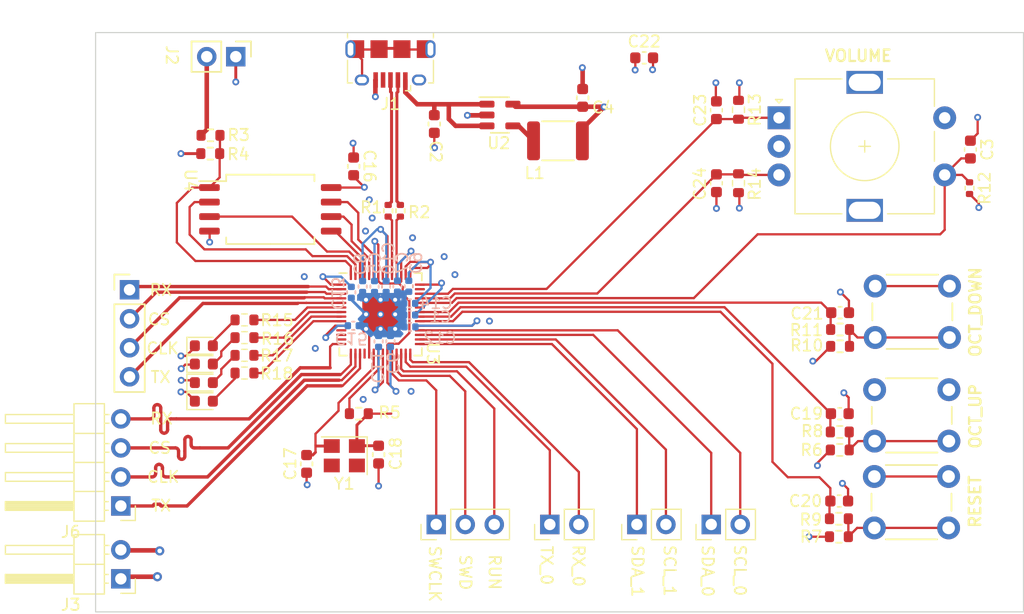
<source format=kicad_pcb>
(kicad_pcb (version 20211014) (generator pcbnew)
  (layers (0 "F.Cu" signal) (1 "In1.Cu" signal) (2 "In2.Cu" signal) (31 "B.Cu" signal) (34 "B.Paste" user) (35 "F.Paste" user) (36 "B.SilkS" user "B.Silkscreen") (37 "F.SilkS" user "F.Silkscreen") (38 "B.Mask" user) (39 "F.Mask" user) (44 "Edge.Cuts" user))
  (net 0 "")
  (net 1 "Net-(C2-Pad1)")
  (net 2 "GND")
  (net 3 "+3.3V")
  (net 4 "+1V1")
  (net 5 "/XIN")
  (net 6 "Net-(C18-Pad2)")
  (net 7 "Oct_Up")
  (net 8 "RESET")
  (net 9 "Oct_Down")
  (net 10 "/USB_D-")
  (net 11 "/USB_D+")
  (net 13 "/~{USB_BOOT}")
  (net 14 "RX")
  (net 15 "TX")
  (net 16 "CS")
  (net 17 "SCLK")
  (net 18 "Net-(L1-Pad1)")
  (net 19 "Net-(R1-Pad1)")
  (net 20 "Net-(R2-Pad1)")
  (net 21 "/QSPI_SS")
  (net 22 "/XOUT")
  (net 23 "Net-(R6-Pad2)")
  (net 24 "Net-(R7-Pad2)")
  (net 25 "Net-(R10-Pad2)")
  (net 26 "/QSPI_SD1")
  (net 27 "/QSPI_SD2")
  (net 28 "/QSPI_SD0")
  (net 29 "/QSPI_SCLK")
  (net 30 "/QSPI_SD3")
  (net 34 "Encoder_Press")
  (net 35 "B")
  (net 36 "SPI_TX_1")
  (net 37 "SPI_SCLK_1")
  (net 39 "/SWCLK")
  (net 40 "/SWD")
  (net 41 "/RUN")
  (net 42 "UART_TX_0")
  (net 43 "UART_RX_0")
  (net 44 "SDA_1")
  (net 45 "SCL_1")
  (net 46 "SDA_0")
  (net 47 "SCL_0")
  (net 49 "A")
  (net 51 "SPI_CS_1")
  (net 52 "SPI_RX_1")
  (net 53 "Net-(D1-Pad2)")
  (net 54 "Net-(D2-Pad2)")
  (net 55 "Net-(D3-Pad2)")
  (net 56 "Net-(D4-Pad2)")
  (net 57 "LED_0")
  (net 58 "LED_1")
  (net 59 "LED_2")
  (net 60 "LED_3")
  (footprint "Button_Switch_THT:SW_PUSH_6mm" (layer "F.Cu") (at 119.0002 37.374)
    (fp_text reference "SW3" hide)
    (fp_text value "Oct_Down" hide)
  )
  (footprint "Resistor_SMD:R_0603_1608Metric" (layer "F.Cu") (at 73.8124 48.5394 180)
    (fp_text reference "R5")
    (fp_text value "1k" hide)
  )
  (footprint "Connector_USB:USB_Micro-B_Amphenol_10118194_Horizontal" (layer "F.Cu") (at 76.581 17.937 180)
    (fp_text reference "J1")
    (fp_text value "USB_B_Micro")
  )
  (footprint "Capacitor_SMD:C_0603_1608Metric" (layer "F.Cu") (at 69.2404 52.9336 90)
    (fp_text reference "C17")
    (fp_text value "20p" hide)
  )
  (footprint "Button_Switch_THT:SW_PUSH_6mm" (layer "F.Cu") (at 118.924 54.0364)
    (fp_text reference "SW2" hide)
    (fp_text value "RESET" hide)
  )
  (footprint "Capacitor_SMD:C_0603_1608Metric" (layer "F.Cu") (at 115.9256 39.7002)
    (fp_text reference "C21")
    (fp_text value "1n" hide)
  )
  (footprint "LED_SMD:LED_0603_1608Metric" (layer "F.Cu") (at 60.2488 45.8216)
    (fp_text reference "D3" hide)
    (fp_text value "LED" hide)
  )
  (footprint "Capacitor_SMD:C_0603_1608Metric" (layer "F.Cu") (at 80.4164 23.1902 -90)
    (fp_text reference "C2")
    (fp_text value "4.7uF" hide)
  )
  (footprint "Resistor_SMD:R_0603_1608Metric" (layer "F.Cu") (at 115.824 59.3064)
    (fp_text reference "R7")
    (fp_text value "1k" hide)
  )
  (footprint "Capacitor_SMD:C_0603_1608Metric" (layer "F.Cu") (at 127.3302 25.4254 90)
    (fp_text reference "C3")
    (fp_text value "100n" hide)
  )
  (footprint "Capacitor_SMD:C_0603_1608Metric" (layer "F.Cu") (at 73.3552 26.8986 90)
    (fp_text reference "C16")
    (fp_text value "100n" hide)
  )
  (footprint "Capacitor_SMD:C_0603_1608Metric" (layer "F.Cu") (at 115.8494 56.1848)
    (fp_text reference "C20")
    (fp_text value "1n" hide)
  )
  (footprint "Capacitor_SMD:C_0603_1608Metric" (layer "F.Cu") (at 115.9002 48.5394)
    (fp_text reference "C19")
    (fp_text value "1n" hide)
  )
  (footprint "Resistor_SMD:R_0603_1608Metric" (layer "F.Cu") (at 60.833 24.1808)
    (fp_text reference "R3")
    (fp_text value "1k" hide)
  )
  (footprint "Resistor_SMD:R_0603_1608Metric" (layer "F.Cu") (at 115.9002 51.7144)
    (fp_text reference "R6")
    (fp_text value "1k" hide)
  )
  (footprint "Resistor_SMD:R_0603_1608Metric" (layer "F.Cu") (at 107.0356 21.9456 -90)
    (fp_text reference "R13")
    (fp_text value "10k" hide)
  )
  (footprint "Capacitor_SMD:C_0603_1608Metric" (layer "F.Cu") (at 105.1052 21.9834 90)
    (fp_text reference "C23")
    (fp_text value "100n" hide)
  )
  (footprint "Capacitor_SMD:C_0603_1608Metric" (layer "F.Cu") (at 105.1052 28.3718 -90)
    (fp_text reference "C24")
    (fp_text value "100n" hide)
  )
  (footprint "Connector_PinHeader_2.54mm:PinHeader_1x04_P2.54mm_Vertical" (layer "F.Cu") (at 53.7464 37.6936)
    (fp_text reference "J4" hide)
    (fp_text value "SPI_0")
  )
  (footprint "Resistor_SMD:R_0603_1608Metric" (layer "F.Cu") (at 63.8048 40.3352 180)
    (fp_text reference "R15")
    (fp_text value "330" hide)
  )
  (footprint "Resistor_SMD:R_0603_1608Metric" (layer "F.Cu") (at 115.9256 41.1734 180)
    (fp_text reference "R11")
    (fp_text value "1k" hide)
  )
  (footprint "Connector_PinHeader_2.54mm:PinHeader_1x02_P2.54mm_Vertical" (layer "F.Cu") (at 63.0428 17.2974 -90)
    (fp_text reference "J2")
    (fp_text value "Boot" hide)
  )
  (footprint "Connector_PinHeader_2.54mm:PinHeader_1x02_P2.54mm_Vertical" (layer "F.Cu") (at 104.648 58.2364 90)
    (fp_text reference "J7" hide)
    (fp_text value "I2C_0")
  )
  (footprint "Resistor_SMD:R_0603_1608Metric" (layer "F.Cu") (at 63.8048 44.9834 180)
    (fp_text reference "R18")
    (fp_text value "330" hide)
  )
  (footprint "Package_TO_SOT_SMD:TSOT-23-5" (layer "F.Cu") (at 86.1568 22.4028)
    (fp_text reference "U2")
    (fp_text value "MCP1603" hide)
  )
  (footprint "Connector_PinHeader_2.54mm:PinHeader_1x02_P2.54mm_Vertical" (layer "F.Cu") (at 90.5256 58.2364 90)
    (fp_text reference "J9" hide)
    (fp_text value "UART_0")
  )
  (footprint "Crystal:Crystal_SMD_3225-4Pin_3.2x2.5mm" (layer "F.Cu") (at 72.5424 52.2224 180)
    (fp_text reference "Y1")
    (fp_text value "3N12000G33YC" hide)
  )
  (footprint "Rotary_Encoder:RotaryEncoder_Alps_EC11E-Switch_Vertical_H20mm" (layer "F.Cu") (at 110.5806 22.646)
    (fp_text reference "SW4" hide)
    (fp_text value "RotaryEncoder_Switch" hide)
  )
  (footprint "Resistor_SMD:R_0603_1608Metric" (layer "F.Cu") (at 63.8048 41.8846 180)
    (fp_text reference "R16")
    (fp_text value "330" hide)
  )
  (footprint "Capacitor_SMD:C_0603_1608Metric" (layer "F.Cu") (at 93.3958 20.9042 90)
    (fp_text reference "C4")
    (fp_text value "4.7uF" hide)
  )
  (footprint "Capacitor_SMD:C_0603_1608Metric" (layer "F.Cu") (at 75.5396 52.1208 90)
    (fp_text reference "C18")
    (fp_text value "20p" hide)
  )
  (footprint "Connector_PinHeader_2.54mm:PinHeader_1x04_P2.54mm_Horizontal" (layer "F.Cu") (at 52.9844 56.6166 180)
    (fp_text reference "J6")
    (fp_text value "SPI_1")
  )
  (footprint "Resistor_SMD:R_0603_1608Metric" (layer "F.Cu") (at 115.9256 42.6466)
    (fp_text reference "R10")
    (fp_text value "1k" hide)
  )
  (footprint "Package_SO:SOIC-8_7.5x5.85mm_P1.27mm" (layer "F.Cu") (at 66.0654 30.6578)
    (fp_text reference "U4")
    (fp_text value "W25Q128JVSIM" hide)
  )
  (footprint "LED_SMD:LED_0603_1608Metric" (layer "F.Cu") (at 60.2488 42.5958)
    (fp_text reference "D1" hide)
    (fp_text value "LED" hide)
  )
  (footprint "LED_SMD:LED_0603_1608Metric" (layer "F.Cu") (at 60.2488 44.196)
    (fp_text reference "D2" hide)
    (fp_text value "LED" hide)
  )
  (footprint "Connector_PinHeader_2.54mm:PinHeader_1x02_P2.54mm_Vertical" (layer "F.Cu") (at 98.1456 58.2364 90)
    (fp_text reference "J8" hide)
    (fp_text value "I2C_1")
  )
  (footprint "Resistor_SMD:R_0402_1005Metric" (layer "F.Cu") (at 76.3778 30.7848 90)
    (fp_text reference "R1")
    (fp_text value "27" hide)
  )
  (footprint "Resistor_SMD:R_0603_1608Metric" (layer "F.Cu") (at 115.824 57.7342 180)
    (fp_text reference "R9")
    (fp_text value "1k" hide)
  )
  (footprint "LED_SMD:LED_0603_1608Metric" (layer "F.Cu") (at 60.2488 47.4472)
    (fp_text reference "D4" hide)
    (fp_text value "LED" hide)
  )
  (footprint "Resistor_SMD:R_0603_1608Metric" (layer "F.Cu") (at 115.9002 50.1396 180)
    (fp_text reference "R8")
    (fp_text value "1k" hide)
  )
  (footprint "Connector_PinHeader_2.54mm:PinHeader_1x02_P2.54mm_Horizontal" (layer "F.Cu") (at 52.9844 62.992 180)
    (fp_text reference "J3")
    (fp_text value "Power")
  )
  (footprint "Button_Switch_THT:SW_PUSH_6mm" (layer "F.Cu") (at 118.9494 46.4418)
    (fp_text reference "SW1" hide)
    (fp_text value "Oct_Up" hide)
  )
  (footprint "Resistor_SMD:R_0603_1608Metric" (layer "F.Cu") (at 107.0356 28.3718 90)
    (fp_text reference "R14")
    (fp_text value "10k" hide)
  )
  (footprint "RP2040_minimal:RP2040-QFN-56" (layer "F.Cu") (at 75.7144 39.84565)
    (fp_text reference "U3")
    (fp_text value "RP2040" hide)
  )
  (footprint "Resistor_SMD:R_0402_1005Metric" (layer "F.Cu") (at 127.254 28.8036 90)
    (fp_text reference "R12")
    (fp_text value "10k" hide)
  )
  (footprint "Inductor_SMD:L_1812_4532Metric" (layer "F.Cu") (at 91.2368 24.6634)
    (fp_text reference "L1")
    (fp_text value "4.7uH" hide)
  )
  (footprint "Connector_PinHeader_2.54mm:PinHeader_1x03_P2.54mm_Vertical" (layer "F.Cu") (at 80.5838 58.2364 90)
    (fp_text reference "J5" hide)
    (fp_text value "Debug")
  )
  (footprint "Resistor_SMD:R_0603_1608Metric" (layer "F.Cu") (at 60.8076 25.781)
    (fp_text reference "R4")
    (fp_text value "DNF" hide)
  )
  (footprint "Capacitor_SMD:C_0603_1608Metric" (layer "F.Cu") (at 98.7806 17.399)
    (fp_text reference "C22")
    (fp_text value "10u" hide)
  )
  (footprint "Resistor_SMD:R_0603_1608Metric" (layer "F.Cu") (at 63.8048 43.434 180)
    (fp_text reference "R17")
    (fp_text value "330" hide)
  )
  (footprint "Resistor_SMD:R_0402_1005Metric" (layer "F.Cu") (at 77.4446 30.7848 90)
    (fp_text reference "R2")
    (fp_text value "27" hide)
  )
  (footprint "Capacitor_SMD:C_0402_1005Metric" (layer "B.Cu") (at 76.2 37.4142 -90)
    (fp_text reference "C10")
    (fp_text value "100nF" hide)
  )
  (footprint "Capacitor_SMD:C_0402_1005Metric" (layer "B.Cu") (at 76.581 42.2148 90)
    (fp_text reference "C6")
    (fp_text value "100nF" hide)
  )
  (footprint "Capacitor_SMD:C_0402_1005Metric" (layer "B.Cu") (at 78.2574 39.9034 180)
    (fp_text reference "C1")
    (fp_text value "100nF" hide)
  )
  (footprint "Capacitor_SMD:C_0402_1005Metric" (layer "B.Cu") (at 73.152 37.9222 -90)
    (fp_text reference "C13")
    (fp_text value "100nF" hide)
  )
  (footprint "Capacitor_SMD:C_0402_1005Metric" (layer "B.Cu") (at 74.1426 37.4142 -90)
    (fp_text reference "C8")
    (fp_text value "100nF" hide)
  )
  (footprint "Capacitor_SMD:C_0402_1005Metric" (layer "B.Cu") (at 73.3298 40.8432)
    (fp_text reference "C15")
    (fp_text value "100nF" hide)
  )
  (footprint "Capacitor_SMD:C_0402_1005Metric" (layer "B.Cu") (at 78.1812 37.3888 -90)
    (fp_text reference "C9")
    (fp_text value "1uF" hide)
  )
  (footprint "Capacitor_SMD:C_0402_1005Metric" (layer "B.Cu") (at 75.184 37.4142 -90)
    (fp_text reference "C5")
    (fp_text value "100nF" hide)
  )
  (footprint "Capacitor_SMD:C_0402_1005Metric" (layer "B.Cu") (at 77.1906 37.3888 -90)
    (fp_text reference "C7")
    (fp_text value "1uF" hide)
  )
  (footprint "Capacitor_SMD:C_0402_1005Metric" (layer "B.Cu") (at 78.2828 40.9448 180)
    (fp_text reference "C12")
    (fp_text value "100nF" hide)
  )
  (footprint "Capacitor_SMD:C_0402_1005Metric" (layer "B.Cu") (at 78.2574 38.8874 180)
    (fp_text reference "C14")
    (fp_text value "100nF" hide)
  )
  (footprint "Capacitor_SMD:C_0402_1005Metric" (layer "B.Cu") (at 75.5396 42.2148 90)
    (fp_text reference "C11")
    (fp_text value "100nF" hide)
  )
  (gr_rect (start 50.7746 15.1892) (end 131.9784 65.8876) (layer "Edge.Cuts") (width 0.1) (fill none))
  (gr_text "TX" (at 56.4642 45.339) (layer "F.SilkS") (effects (font (size 1 1))))
  (gr_text "CS" (at 56.388 51.5366) (layer "F.SilkS") (effects (font (size 1 1))))
  (gr_text "CS" (at 56.3372 40.2844) (layer "F.SilkS") (effects (font (size 1 1))))
  (gr_text "RESET" (at 127.7366 56.2356 90) (layer "F.SilkS") (effects (font (size 1 1) (thickness 0.2))))
  (gr_text "CLK" (at 56.6928 54.0766) (layer "F.SilkS") (effects (font (size 1 1))))
  (gr_text "RX" (at 56.5404 48.9712) (layer "F.SilkS") (effects (font (size 1 1))))
  (gr_text "OCT_UP" (at 127.762 48.768 90) (layer "F.SilkS") (effects (font (size 1 1) (thickness 0.2))))
  (gr_text "SCL_1" (at 101.0158 62.2808 270) (layer "F.SilkS") (effects (font (size 1 1))))
  (gr_text "RX_0\n" (at 93.0402 61.849 270) (layer "F.SilkS") (effects (font (size 1 1))))
  (gr_text "RUN" (at 85.6996 62.4078 270) (layer "F.SilkS") (effects (font (size 1 1))))
  (gr_text "RX" (at 56.4896 37.719) (layer "F.SilkS") (effects (font (size 1 1))))
  (gr_text "CLK" (at 56.642 42.8244) (layer "F.SilkS") (effects (font (size 1 1))))
  (gr_text "TX_0\n" (at 90.2462 61.8236 270) (layer "F.SilkS") (effects (font (size 1 1))))
  (gr_text "OCT_DOWN" (at 127.762 39.6494 90) (layer "F.SilkS") (effects (font (size 1 1) (thickness 0.2))))
  (gr_text "SWCLK" (at 80.4672 62.5602 270) (layer "F.SilkS") (effects (font (size 1 1))))
  (gr_text "SDA_0" (at 104.3432 62.3062 270) (layer "F.SilkS") (effects (font (size 1 1))))
  (gr_text "SWD" (at 83.1342 62.4332 270) (layer "F.SilkS") (effects (font (size 1 1))))
  (gr_text "SCL_0" (at 107.1626 62.2554 270) (layer "F.SilkS") (effects (font (size 1 1))))
  (gr_text "SDA_1" (at 98.1964 62.3316 270) (layer "F.SilkS") (effects (font (size 1 1))))
  (gr_text "VOLUME" (at 117.5258 17.2212) (layer "F.SilkS") (effects (font (size 1 1) (thickness 0.2))))
  (gr_text "TX" (at 56.515 56.5912) (layer "F.SilkS") (effects (font (size 1 1))))
  (segment (start 81.6864 22.7584) (end 81.6864 21.463) (width 0.4) (layer "F.Cu") (net 1))
  (segment (start 81.6864 21.463) (end 85.0091 21.463) (width 0.4) (layer "F.Cu") (net 1))
  (segment (start 77.881 20.422) (end 78.922 21.463) (width 0.4) (layer "F.Cu") (net 1))
  (segment (start 85.0193 23.3528) (end 82.2808 23.3528) (width 0.4) (layer "F.Cu") (net 1))
  (segment (start 80.4418 21.463) (end 81.6864 21.463) (width 0.4) (layer "F.Cu") (net 1))
  (segment (start 82.2808 23.3528) (end 81.6864 22.7584) (width 0.4) (layer "F.Cu") (net 1))
  (segment (start 80.4164 21.4884) (end 80.4418 21.463) (width 0.4) (layer "F.Cu") (net 1))
  (segment (start 78.922 21.463) (end 80.4418 21.463) (width 0.4) (layer "F.Cu") (net 1))
  (segment (start 80.4164 22.4152) (end 80.4164 21.4884) (width 0.4) (layer "F.Cu") (net 1))
  (segment (start 77.881 19.332) (end 77.881 20.422) (width 0.4) (layer "F.Cu") (net 1))
  (segment (start 85.0091 21.463) (end 85.0193 21.4528) (width 0.4) (layer "F.Cu") (net 1))
  (segment (start 99.5556 17.399) (end 99.5556 18.402) (width 0.2) (layer "F.Cu") (net 2))
  (segment (start 58.6993 46.6344) (end 59.4613 47.3964) (width 0.2) (layer "F.Cu") (net 2))
  (segment (start 118.9494 37.374) (end 125.4494 37.374) (width 0.2) (layer "F.Cu") (net 2))
  (segment (start 63.0428 17.2974) (end 63.0428 19.5072) (width 0.254254) (layer "F.Cu") (net 2))
  (segment (start 59.2581 45.6184) (end 59.4613 45.8216) (width 0.2) (layer "F.Cu") (net 2))
  (segment (start 58.6993 43.4848) (end 59.4613 42.7228) (width 0.2) (layer "F.Cu") (net 2))
  (segment (start 118.924 54.0364) (end 125.424 54.0364) (width 0.2) (layer "F.Cu") (net 2))
  (segment (start 116.6244 56.1848) (end 116.6244 55.131) (width 0.2) (layer "F.Cu") (net 2))
  (segment (start 60.7568 32.5792) (end 60.7404 32.5628) (width 0.2) (layer "F.Cu") (net 2))
  (segment (start 79.956 16.672) (end 80.045 16.672) (width 0.2) (layer "F.Cu") (net 2))
  (segment (start 56.1823 62.8092) (end 53.8759 62.8092) (width 0.4) (layer "F.Cu") (net 2))
  (segment (start 69.2404 53.7086) (end 69.2404 54.7116) (width 0.2) (layer "F.Cu") (net 2))
  (segment (start 105.0544 19.5834) (end 105.0544 21.1576) (width 0.2) (layer "F.Cu") (net 2))
  (segment (start 58.2676 45.6184) (end 59.2581 45.6184) (width 0.2) (layer "F.Cu") (net 2))
  (segment (start 59.4613 44.2468) (end 58.6232 44.2468) (width 0.2) (layer "F.Cu") (net 2))
  (segment (start 75.2602 19.3528) (end 75.281 19.332) (width 0.4) (layer "F.Cu") (net 2))
  (segment (start 93.3958 18.288) (end 93.3704 18.2626) (width 0.4) (layer "F.Cu") (net 2))
  (segment (start 73.3552 24.9174) (end 73.3044 24.8666) (width 0.2) (layer "F.Cu") (net 2))
  (segment (start 74.7144 43.28315) (end 74.7144 41.39565) (width 0.2) (layer "F.Cu") (net 2))
  (segment (start 80.4164 25.2476) (end 80.4418 25.273) (width 0.2) (layer "F.Cu") (net 2))
  (segment (start 69.2404 54.7116) (end 69.2912 54.7624) (width 0.2) (layer "F.Cu") (net 2))
  (segment (start 77.731 16.672) (end 79.956 16.672) (width 0.2) (layer "F.Cu") (net 2))
  (segment (start 84.99115 22.43095) (end 85.0193 22.4028) (width 0.4) (layer "F.Cu") (net 2))
  (segment (start 58.2422 46.6344) (end 58.6993 46.6344) (width 0.2) (layer "F.Cu") (net 2))
  (segment (start 116.6752 48.5394) (end 116.6752 47.13) (width 0.2) (layer "F.Cu") (net 2))
  (segment (start 116.7006 38.6464) (end 116.7006 39.7002) (width 0.2) (layer "F.Cu") (net 2))
  (segment (start 58.2422 43.4848) (end 58.6993 43.4848) (width 0.2) (layer "F.Cu") (net 2))
  (segment (start 74.0935 19.247) (end 74.0935 17.5595) (width 0.2) (layer "F.Cu") (net 2))
  (segment (start 80.4164 23.9652) (end 80.4164 25.2476) (width 0.2) (layer "F.Cu") (net 2))
  (segment (start 93.3958 20.1292) (end 93.3958 18.288) (width 0.4) (layer "F.Cu") (net 2))
  (segment (start 75.2602 20.8026) (end 75.2602 19.3528) (width 0.4) (layer "F.Cu") (net 2))
  (segment (start 115.951 37.8968) (end 116.7006 38.6464) (width 0.2) (layer "F.Cu") (net 2))
  (segment (start 74.0935 17.5595) (end 73.206 16.672) (width 0.2) (layer "F.Cu") (net 2))
  (segment (start 116.6244 55.131) (end 116.1288 54.6354) (width 0.2) (layer "F.Cu") (net 2))
  (segment (start 75.581 16.572) (end 77.581 16.572) (width 0.25) (layer "F.Cu") (net 2))
  (segment (start 60.7568 33.528) (end 60.7568 32.5792) (width 0.2) (layer "F.Cu") (net 2))
  (segment (start 105.0544 21.1576) (end 105.1052 21.2084) (width 0.2) (layer "F.Cu") (net 2))
  (segment (start 75.5396 52.8958) (end 75.5396 54.8682) (width 0.2) (layer "F.Cu") (net 2))
  (segment (start 84.9685 22.4536) (end 84.94585 22.43095) (width 0.4) (layer "F.Cu") (net 2))
  (segment (start 127.3302 24.6504) (end 127.9652 24.0154) (width 0.2) (layer "F.Cu") (net 2))
  (segment (start 75.031 16.672) (end 73.206 16.672) (width 0.2) (layer "F.Cu") (net 2))
  (segment (start 73.3552 26.1236) (end 73.3552 24.9174) (width 0.2) (layer "F.Cu") (net 2))
  (segment (start 74.7144 41.39565) (end 74.4394 41.12065) (width 0.2) (layer "F.Cu") (net 2))
  (segment (start 127.9652 24.0154) (end 127.9652 22.606) (width 0.2) (layer "F.Cu") (net 2))
  (segment (start 83.312 22.43095) (end 84.99115 22.43095) (width 0.4) (layer "F.Cu") (net 2))
  (segment (start 84.94585 22.43095) (end 83.312 22.43095) (width 0.4) (layer "F.Cu") (net 2))
  (segment (start 99.5556 18.402) (end 99.5172 18.4404) (width 0.2) (layer "F.Cu") (net 2))
  (segment (start 105.1052 30.5816) (end 105.1052 29.1468) (width 0.2) (layer "F.Cu") (net 2))
  (segment (start 58.6232 44.2468) (end 58.2676 44.6024) (width 0.2) (layer "F.Cu") (net 2))
  (segment (start 116.6752 47.13) (end 116.2558 46.7106) (width 0.2) (layer "F.Cu") (net 2))
  (via (at 73.3044 24.8666) (size 0.6) (drill 0.3) (layers "F.Cu" "B.Cu") (net 2))
  (via (at 82.2198 36.3728) (size 0.6) (drill 0.3) (layers "F.Cu" "B.Cu") (net 2))
  (via (at 99.5172 18.4404) (size 0.6) (drill 0.3) (layers "F.Cu" "B.Cu") (net 2))
  (via (at 63.0428 19.5072) (size 0.6) (drill 0.3) (layers "F.Cu" "B.Cu") (net 2))
  (via (at 75.5396 54.8682) (size 0.6) (drill 0.3) (layers "F.Cu" "B.Cu") (net 2))
  (via (at 81.28 34.798) (size 0.6) (drill 0.3) (layers "F.Cu" "B.Cu") (net 2))
  (via (at 116.2558 46.7106) (size 0.6) (drill 0.3) (layers "F.Cu" "B.Cu") (net 2))
  (via (at 58.2676 44.6024) (size 0.6) (drill 0.3) (layers "F.Cu" "B.Cu") (net 2))
  (via (at 69.2912 54.7624) (size 0.6) (drill 0.3) (layers "F.Cu" "B.Cu") (net 2))
  (via (at 69.0372 36.5506) (size 0.6) (drill 0.3) (layers "F.Cu" "B.Cu") (net 2))
  (via (at 105.0544 19.5834) (size 0.6) (drill 0.3) (layers "F.Cu" "B.Cu") (net 2))
  (via (at 74.7268 29.8196) (size 0.6) (drill 0.3) (layers "F.Cu" "B.Cu") (net 2))
  (via (at 115.951 37.8968) (size 0.6) (drill 0.3) (layers "F.Cu" "B.Cu") (net 2))
  (via (at 75.2602 20.8026) (size 0.6) (drill 0.3) (layers "F.Cu" "B.Cu") (net 2))
  (via (at 70.0024 42.8244) (size 0.6) (drill 0.3) (layers "F.Cu" "B.Cu") (net 2))
  (via (at 116.1288 54.6354) (size 0.6) (drill 0.3) (layers "F.Cu" "B.Cu") (net 2))
  (via (at 127.9652 22.606) (size 0.6) (drill 0.3) (layers "F.Cu" "B.Cu") (net 2))
  (via (at 78.3844 46.5836) (size 0.6) (drill 0.3) (layers "F.Cu" "B.Cu") (net 2))
  (via (at 58.2676 45.6184) (size 0.6) (drill 0.3) (layers "F.Cu" "B.Cu") (net 2))
  (via (at 78.5114 33.147) (size 0.6) (drill 0.3) (layers "F.Cu" "B.Cu") (net 2))
  (via (at 83.312 22.43095) (size 0.6) (drill 0.3) (layers "F.Cu" "B.Cu") (net 2))
  (via (at 93.3704 18.2626) (size 0.6) (drill 0.3) (layers "F.Cu" "B.Cu") (net 2))
  (via (at 74.1934 47.290354) (size 0.6) (drill 0.3) (layers "F.Cu" "B.Cu") (net 2))
  (via (at 74.9808 31.4198) (size 0.6) (drill 0.3) (layers "F.Cu" "B.Cu") (net 2))
  (via (at 60.7568 33.528) (size 0.6) (drill 0.3) (layers "F.Cu" "B.Cu") (net 2))
  (via (at 58.2422 46.6344) (size 0.6) (drill 0.3) (layers "F.Cu" "B.Cu") (net 2))
  (via (at 56.1823 62.8092) (size 0.8) (drill 0.4) (layers "F.Cu" "B.Cu") (net 2))
  (via (at 58.2422 43.4848) (size 0.6) (drill 0.3) (layers "F.Cu" "B.Cu") (net 2))
  (via (at 105.1052 30.5816) (size 0.6) (drill 0.3) (layers "F.Cu" "B.Cu") (net 2))
  (via (at 80.4418 25.273) (size 0.6) (drill 0.3) (layers "F.Cu" "B.Cu") (net 2))
  (via (at 85.2424 40.4368) (size 0.6) (drill 0.3) (layers "F.Cu" "B.Cu") (net 2))
  (via (at 74.3966 32.5628) (size 0.6) (drill 0.3) (layers "F.Cu" "B.Cu") (net 2))
  (segment (start 74.4394 38.57065) (end 74.4394 38.191) (width 0.25) (layer "B.Cu") (net 2))
  (segment (start 78.1812 37.8688) (end 77.1906 37.8688) (width 0.25) (layer "B.Cu") (net 2))
  (segment (start 75.5396 41.7348) (end 75.5396 41.29545) (width 0.25) (layer "B.Cu") (net 2))
  (segment (start 75.5396 41.29545) (end 75.7144 41.12065) (width 0.25) (layer "B.Cu") (net 2))
  (segment (start 73.152 38.55825) (end 74.4394 39.84565) (width 0.25) (layer "B.Cu") (net 2))
  (segment (start 76.581 41.7348) (end 76.581 41.52905) (width 0.25) (layer "B.Cu") (net 2))
  (segment (start 75.184 37.8942) (end 75.184 38.04025) (width 0.25) (layer "B.Cu") (net 2))
  (segment (start 73.152 38.4022) (end 73.152 38.55825) (width 0.25) (layer "B.Cu") (net 2))
  (segment (start 77.30615 38.8874) (end 76.9894 38.57065) (width 0.25) (layer "B.Cu") (net 2))
  (segment (start 76.2 37.8942) (end 76.2 38.08505) (width 0.25) (layer "B.Cu") (net 2))
  (segment (start 77.8028 40.9448) (end 77.16525 40.9448) (width 0.25) (layer "B.Cu") (net 2))
  (segment (start 74.08725 41.12065) (end 73.8098 40.8432) (width 0.25) (layer "B.Cu") (net 2))
  (segment (start 76.2 38.08505) (end 75.7144 38.57065) (width 0.25) (layer "B.Cu") (net 2))
  (segment (start 74.4394 38.191) (end 74.1426 37.8942) (width 0.25) (layer "B.Cu") (net 2))
  (segment (start 77.04715 39.9034) (end 76.9894 39.84565) (width 0.25) (layer "B.Cu") (net 2))
  (segment (start 75.184 38.04025) (end 75.7144 38.57065) (width 0.25) (layer "B.Cu") (net 2))
  (segment (start 76.581 41.52905) (end 76.9894 41.12065) (width 0.25) (layer "B.Cu") (net 2))
  (segment (start 74.4394 41.12065) (end 74.08725 41.12065) (width 0.25) (layer "B.Cu") (net 2))
  (segment (start 77.7774 38.8874) (end 77.30615 38.8874) (width 0.25) (layer "B.Cu") (net 2))
  (segment (start 77.1906 38.36945) (end 76.9894 38.57065) (width 0.25) (layer "B.Cu") (net 2))
  (segment (start 77.7774 39.9034) (end 77.04715 39.9034) (width 0.25) (layer "B.Cu") (net 2))
  (segment (start 77.1906 37.8688) (end 77.1906 38.36945) (width 0.25) (layer "B.Cu") (net 2))
  (segment (start 77.16525 40.9448) (end 76.9894 41.12065) (width 0.25) (layer "B.Cu") (net 2))
  (segment (start 71.35785 37.24565) (end 72.2769 37.24565) (width 0.2) (layer "F.Cu") (net 3))
  (segment (start 71.744425 40.84565) (end 72.2769 40.84565) (width 0.2) (layer "F.Cu") (net 3))
  (segment (start 79.121 35.2552) (end 79.1464 35.2806) (width 0.2) (layer "F.Cu") (net 3))
  (segment (start 79.8068 35.7886) (end 80.0862 35.5092) (width 0.2) (layer "F.Cu") (net 3))
  (segment (start 59.9826 25.781) (end 58.2422 25.781) (width 0.254254) (layer "F.Cu") (net 3))
  (segment (start 107.1118 19.5834) (end 107.1118 21.0444) (width 0.2) (layer "F.Cu") (net 3))
  (segment (start 75.9144 36.40815) (end 75.9144 36.0236) (width 0.2) (layer "F.Cu") (net 3))
  (segment (start 107.1118 30.5562) (end 107.1118 29.273) (width 0.2) (layer "F.Cu") (net 3))
  (segment (start 81.0514 37.1094) (end 80.91515 37.24565) (width 0.2) (layer "F.Cu") (net 3))
  (segment (start 74.295 28.7274) (end 74.2696 28.7528) (width 0.2) (layer "F.Cu") (net 3))
  (segment (start 95.263 21.6792) (end 87.5207 21.6792) (width 0.4) (layer "F.Cu") (net 3))
  (segment (start 80.91515 37.24565) (end 79.1519 37.24565) (width 0.2) (layer "F.Cu") (net 3))
  (segment (start 114.9964 59.309) (end 114.999 59.3064) (width 0.2) (layer "F.Cu") (net 3))
  (segment (start 76.3144 36.40815) (end 76.3144 35.6236) (width 0.2) (layer "F.Cu") (net 3))
  (segment (start 128.0668 30.1264) (end 127.254 29.3136) (width 0.2) (layer "F.Cu") (net 3))
  (segment (start 113.538 43.942) (end 113.8052 43.942) (width 0.2) (layer "F.Cu") (net 3))
  (segment (start 113.9444 52.8452) (end 115.0752 51.7144) (width 0.2) (layer "F.Cu") (net 3))
  (segment (start 70.6628 36.5506) (end 71.35785 37.24565) (width 0.2) (layer "F.Cu") (net 3))
  (segment (start 75.9144 45.777) (end 75.9144 43.28315) (width 0.2) (layer "F.Cu") (net 3))
  (segment (start 93.3743 23.5927) (end 93.3743 24.6634) (width 0.4) (layer "F.Cu") (net 3))
  (segment (start 76.3144 33.0074) (end 76.3144 35.6236) (width 0.2) (layer "F.Cu") (net 3))
  (segment (start 79.1464 35.2806) (end 80.0862 35.2806) (width 0.2) (layer "F.Cu") (net 3))
  (segment (start 113.2078 59.309) (end 114.9964 59.309) (width 0.2) (layer "F.Cu") (net 3))
  (segment (start 107.1118 21.0444) (end 107.0356 21.1206) (width 0.2) (layer "F.Cu") (net 3))
  (segment (start 78.3082 35.2552) (end 79.121 35.2552) (width 0.2) (layer "F.Cu") (net 3))
  (segment (start 77.9144 36.40815) (end 77.9144 35.649) (width 0.2) (layer "F.Cu") (net 3))
  (segment (start 75.9144 36.0236) (end 76.3144 35.6236) (width 0.2) (layer "F.Cu") (net 3))
  (segment (start 107.1118 29.273) (end 107.0356 29.1968) (width 0.2) (layer "F.Cu") (net 3))
  (segment (start 95.2754 21.6916) (end 93.3743 23.5927) (width 0.4) (layer "F.Cu") (net 3))
  (segment (start 70.9168 41.8846) (end 70.9168 41.673275) (width 0.2) (layer "F.Cu") (net 3))
  (segment (start 74.295 28.7274) (end 73.3552 27.7876) (width 0.2) (layer "F.Cu") (net 3))
  (segment (start 83.71595 40.84565) (end 79.1519 40.84565) (width 0.2) (layer "F.Cu") (net 3))
  (segment (start 77.9144 35.649) (end 78.3082 35.2552) (width 0.2) (layer "F.Cu") (net 3))
  (segment (start 73.3552 27.7876) (end 73.3552 27.6736) (width 0.2) (layer "F.Cu") (net 3))
  (segment (start 128.0668 30.5054) (end 128.0668 30.1264) (width 0.2) (layer "F.Cu") (net 3))
  (segment (start 70.9168 41.673275) (end 71.744425 40.84565) (width 0.2) (layer "F.Cu") (net 3))
  (segment (start 84.1502 40.4114) (end 83.71595 40.84565) (width 0.2) (layer "F.Cu") (net 3))
  (segment (start 56.3397 60.5028) (end 53.7439 60.5028) (width 0.4) (layer "F.Cu") (net 3))
  (segment (start 113.9444 53.086) (end 113.9444 52.8452) (width 0.2) (layer "F.Cu") (net 3))
  (segment (start 78.3144 36.40815) (end 78.3144 36.0364) (width 0.2) (layer "F.Cu") (net 3))
  (segment (start 98.0056 18.4534) (end 97.9932 18.4658) (width 0.2) (layer "F.Cu") (net 3))
  (segment (start 95.2754 21.6916) (end 95.263 21.6792) (width 0.4) (layer "F.Cu") (net 3))
  (segment (start 75.2348 46.4566) (end 75.9144 45.777) (width 0.2) (layer "F.Cu") (net 3))
  (segment (start 78.5622 35.7886) (end 79.8068 35.7886) (width 0.2) (layer "F.Cu") (net 3))
  (segment (start 113.8052 43.942) (end 115.1006 42.6466) (width 0.2) (layer "F.Cu") (net 3))
  (segment (start 87.5207 21.6792) (end 87.2943 21.4528) (width 0.4) (layer "F.Cu") (net 3))
  (segment (start 75.7174 32.4104) (end 76.3144 33.0074) (width 0.2) (layer "F.Cu") (net 3))
  (segment (start 98.0056 17.399) (end 98.0056 18.4534) (width 0.2) (layer "F.Cu") (net 3))
  (segment (start 80.0862 35.5092) (end 80.0862 35.2806) (width 0.2) (layer "F.Cu") (net 3))
  (segment (start 78.3144 36.0364) (end 78.5622 35.7886) (width 0.2) (layer "F.Cu") (net 3))
  (segment (start 74.2696 28.7528) (end 71.3904 28.7528) (width 0.2) (layer "F.Cu") (net 3))
  (via (at 80.0862 35.2806) (size 0.6) (drill 0.3) (layers "F.Cu" "B.Cu") (net 3))
  (via (at 81.0514 37.1094) (size 0.6) (drill 0.3) (layers "F.Cu" "B.Cu") (net 3))
  (via (at 70.6628 36.5506) (size 0.6) (drill 0.3) (layers "F.Cu" "B.Cu") (net 3))
  (via (at 70.9168 41.8846) (size 0.6) (drill 0.3) (layers "F.Cu" "B.Cu") (net 3))
  (via (at 128.0668 30.5054) (size 0.6) (drill 0.3) (layers "F.Cu" "B.Cu") (net 3))
  (via (at 56.3855 60.5486) (size 0.8) (drill 0.4) (layers "F.Cu" "B.Cu") (net 3))
  (via (at 75.2348 46.4566) (size 0.6) (drill 0.3) (layers "F.Cu" "B.Cu") (net 3))
  (via (at 84.1502 40.4114) (size 0.6) (drill 0.3) (layers "F.Cu" "B.Cu") (net 3))
  (via (at 107.1118 30.5562) (size 0.6) (drill 0.3) (layers "F.Cu" "B.Cu") (net 3))
  (via (at 74.295 28.7274) (size 0.6) (drill 0.3) (layers "F.Cu" "B.Cu") (net 3))
  (via (at 113.9444 53.086) (size 0.6) (drill 0.3) (layers "F.Cu" "B.Cu") (net 3))
  (via (at 95.2754 21.6916) (size 0.6) (drill 0.3) (layers "F.Cu" "B.Cu") (net 3))
  (via (at 107.1118 19.5834) (size 0.6) (drill 0.3) (layers "F.Cu" "B.Cu") (net 3))
  (via (at 113.2078 59.309) (size 0.6) (drill 0.3) (layers "F.Cu" "B.Cu") (net 3))
  (via (at 113.538 43.942) (size 0.6) (drill 0.3) (layers "F.Cu" "B.Cu") (net 3))
  (via (at 97.9932 18.4658) (size 0.6) (drill 0.3) (layers "F.Cu" "B.Cu") (net 3))
  (via (at 75.7174 32.4104) (size 0.6) (drill 0.3) (layers "F.Cu" "B.Cu") (net 3))
  (via (at 58.2422 25.781) (size 0.6) (drill 0.3) (layers "F.Cu" "B.Cu") (net 3))
  (segment (start 70.9168 41.8846) (end 71.9582 40.8432) (width 0.2) (layer "B.Cu") (net 3))
  (segment (start 72.2604 36.5506) (end 73.152 37.4422) (width 0.2) (layer "B.Cu") (net 3))
  (segment (start 75.5396 46.1518) (end 75.5396 42.6948) (width 0.2) (layer "B.Cu") (net 3))
  (segment (start 74.1426 36.9342) (end 74.1426 33.670571) (width 0.2) (layer "B.Cu") (net 3))
  (segment (start 83.7184 40.8432) (end 78.8136 40.8432) (width 0.2) (layer "B.Cu") (net 3))
  (segment (start 75.7174 32.4104) (end 76.2139 32.9069) (width 0.2) (layer "B.Cu") (net 3))
  (segment (start 81.0514 37.1094) (end 81.0514 37.5894) (width 0.2) (layer "B.Cu") (net 3))
  (segment (start 70.6628 36.5506) (end 72.2604 36.5506) (width 0.2) (layer "B.Cu") (net 3))
  (segment (start 78.1812 36.195) (end 78.1812 36.9088) (width 0.2) (layer "B.Cu") (net 3))
  (segment (start 80.0862 35.2806) (end 80.0862 37.5386) (width 0.2) (layer "B.Cu") (net 3))
  (segment (start 76.2139 32.9069) (end 76.2139 36.9203) (width 0.2) (layer "B.Cu") (net 3))
  (segment (start 81.0514 37.5894) (end 78.7374 39.9034) (width 0.2) (layer "B.Cu") (net 3))
  (segment (start 71.9582 40.8432) (end 72.8498 40.8432) (width 0.2) (layer "B.Cu") (net 3))
  (segment (start 80.0862 37.5386) (end 78.7374 38.8874) (width 0.2) (layer "B.Cu") (net 3))
  (segment (start 79.121 35.2552) (end 80.0608 35.2552) (width 0.2) (layer "B.Cu") (net 3))
  (segment (start 76.2139 36.9203) (end 76.2 36.9342) (width 0.2) (layer "B.Cu") (net 3))
  (segment (start 80.0608 35.2552) (end 80.0862 35.2806) (width 0.2) (layer "B.Cu") (net 3))
  (segment (start 75.402771 32.4104) (end 75.7174 32.4104) (width 0.2) (layer "B.Cu") (net 3))
  (segment (start 74.1426 33.670571) (end 75.402771 32.4104) (width 0.2) (layer "B.Cu") (net 3))
  (segment (start 79.121 35.2552) (end 78.1812 36.195) (width 0.2) (layer "B.Cu") (net 3))
  (segment (start 84.1502 40.4114) (end 83.7184 40.8432) (width 0.2) (layer "B.Cu") (net 3))
  (segment (start 75.2348 46.4566) (end 75.5396 46.1518) (width 0.2) (layer "B.Cu") (net 3))
  (segment (start 77.6478 37.4613) (end 77.33215 37.14565) (width 0.2) (layer "F.Cu") (net 4))
  (segment (start 77.33215 37.14565) (end 77.5144 36.9634) (width 0.2) (layer "F.Cu") (net 4))
  (segment (start 76.3144 42.5322) (end 76.4286 42.418) (width 0.2) (layer "F.Cu") (net 4))
  (segment (start 75.5144 33.7563) (end 75.5144 36.940625) (width 0.2) (layer "F.Cu") (net 4))
  (segment (start 75.2099 33.4518) (end 75.5144 33.7563) (width 0.2) (layer "F.Cu") (net 4))
  (segment (start 77.2922 42.418) (end 78.232 41.4782) (width 0.2) (layer "F.Cu") (net 4))
  (segment (start 76.3144 43.28315) (end 76.3144 42.5322) (width 0.2) (layer "F.Cu") (net 4))
  (segment (start 78.232 41.4782) (end 78.232 38.6588) (width 0.2) (layer "F.Cu") (net 4))
  (segment (start 77.0636 46.5836) (end 76.3144 45.8344) (width 0.2) (layer "F.Cu") (net 4))
  (segment (start 77.5144 35.1854) (end 77.5144 36.40815) (width 0.2) (layer "F.Cu") (net 4))
  (segment (start 75.5144 36.40815) (end 75.5144 36.940625) (width 0.2) (layer "F.Cu") (net 4))
  (segment (start 75.719425 37.14565) (end 77.33215 37.14565) (width 0.2) (layer "F.Cu") (net 4))
  (segment (start 77.5144 36.9634) (end 77.5144 36.40815) (width 0.2) (layer "F.Cu") (net 4))
  (segment (start 78.232 38.6588) (end 77.6478 38.0746) (width 0.2) (layer "F.Cu") (net 4))
  (segment (start 75.5144 36.940625) (end 75.719425 37.14565) (width 0.2) (layer "F.Cu") (net 4))
  (segment (start 77.6478 38.0746) (end 77.6478 37.4613) (width 0.2) (layer "F.Cu") (net 4))
  (segment (start 78.3844 34.3154) (end 77.5144 35.1854) (width 0.2) (layer "F.Cu") (net 4))
  (segment (start 76.4286 42.418) (end 77.2922 42.418) (width 0.2) (layer "F.Cu") (net 4))
  (segment (start 76.3144 45.8344) (end 76.3144 43.28315) (width 0.2) (layer "F.Cu") (net 4))
  (via (at 75.2099 33.4518) (size 0.6) (drill 0.3) (layers "F.Cu" "B.Cu") (net 4))
  (via (at 77.0636 46.5836) (size 0.6) (drill 0.3) (layers "F.Cu" "B.Cu") (net 4))
  (via (at 78.3844 34.3154) (size 0.6) (drill 0.3) (layers "F.Cu" "B.Cu") (net 4))
  (segment (start 77.0636 46.5836) (end 76.581 46.101) (width 0.2) (layer "B.Cu") (net 4))
  (segment (start 76.581 46.101) (end 76.581 42.6948) (width 0.2) (layer "B.Cu") (net 4))
  (segment (start 75.184 36.9342) (end 75.184 33.4777) (width 0.2) (layer "B.Cu") (net 4))
  (segment (start 77.1906 35.5092) (end 77.1906 36.9088) (width 0.2) (layer "B.Cu") (net 4))
  (segment (start 78.3844 34.3154) (end 77.1906 35.5092) (width 0.2) (layer "B.Cu") (net 4))
  (segment (start 75.184 33.4777) (end 75.2099 33.4518) (width 0.2) (layer "B.Cu") (net 4))
  (segment (start 75.1144 44.5196) (end 72.0344 47.5996) (width 0.2) (layer "F.Cu") (net 5))
  (segment (start 69.2404 52.1586) (end 69.7784 52.1586) (width 0.25) (layer "F.Cu") (net 5))
  (segment (start 75.1144 43.28315) (end 75.1144 44.5196) (width 0.2) (layer "F.Cu") (net 5))
  (segment (start 70.0194 50.3004) (end 70.0194 51.291) (width 0.2) (layer "F.Cu") (net 5))
  (segment (start 70.0194 51.291) (end 70.0194 51.9176) (width 0.2) (layer "F.Cu") (net 5))
  (segment (start 71.4424 51.3724) (end 70.1008 51.3724) (width 0.25) (layer "F.Cu") (net 5))
  (segment (start 72.0344 48.2854) (end 70.0194 50.3004) (width 0.2) (layer "F.Cu") (net 5))
  (segment (start 72.0344 47.5996) (end 72.0344 48.2854) (width 0.2) (layer "F.Cu") (net 5))
  (segment (start 69.7784 52.1586) (end 70.0194 51.9176) (width 0.25) (layer "F.Cu") (net 5))
  (segment (start 73.6424 51.3724) (end 73.6424 49.5344) (width 0.25) (layer "F.Cu") (net 6))
  (segment (start 75.5396 51.3458) (end 73.669 51.3458) (width 0.25) (layer "F.Cu") (net 6))
  (segment (start 73.669 51.3458) (end 73.6424 51.3724) (width 0.25) (layer "F.Cu") (net 6))
  (segment (start 73.6424 49.5344) (end 74.6374 48.5394) (width 0.25) (layer "F.Cu") (net 6))
  (segment (start 74.6374 48.5394) (end 76.644 48.5394) (width 0.2) (layer "F.Cu") (net 6))
  (segment (start 115.0752 48.5894) (end 115.1252 48.5394) (width 0.2) (layer "F.Cu") (net 7))
  (segment (start 115.0752 50.1396) (end 115.0752 48.5894) (width 0.2) (layer "F.Cu") (net 7))
  (segment (start 105.8098 39.224) (end 115.1252 48.5394) (width 0.2) (layer "F.Cu") (net 7))
  (segment (start 82.704185 39.224) (end 105.8098 39.224) (width 0.2) (layer "F.Cu") (net 7))
  (segment (start 81.882535 40.04565) (end 82.704185 39.224) (width 0.2) (layer "F.Cu") (net 7))
  (segment (start 79.1519 40.04565) (end 81.882535 40.04565) (width 0.2) (layer "F.Cu") (net 7))
  (segment (start 114.999 57.7342) (end 114.999 56.2602) (width 0.2) (layer "F.Cu") (net 8))
  (segment (start 105.4608 39.624) (end 82.869871 39.624) (width 0.2) (layer "F.Cu") (net 8))
  (segment (start 115.0744 55.064529) (end 114.111871 54.102) (width 0.2) (layer "F.Cu") (net 8))
  (segment (start 114.999 56.2602) (end 115.0744 56.1848) (width 0.2) (layer "F.Cu") (net 8))
  (segment (start 82.048221 40.44565) (end 79.1519 40.44565) (width 0.2) (layer "F.Cu") (net 8))
  (segment (start 114.111871 54.102) (end 111.3536 54.102) (width 0.2) (layer "F.Cu") (net 8))
  (segment (start 115.0744 56.1848) (end 115.0744 55.064529) (width 0.2) (layer "F.Cu") (net 8))
  (segment (start 82.869871 39.624) (end 82.048221 40.44565) (width 0.2) (layer "F.Cu") (net 8))
  (segment (start 110.0074 44.1706) (end 105.4608 39.624) (width 0.2) (layer "F.Cu") (net 8))
  (segment (start 111.3536 54.102) (end 110.0074 52.7558) (width 0.2) (layer "F.Cu") (net 8))
  (segment (start 110.0074 52.7558) (end 110.0074 44.1706) (width 0.2) (layer "F.Cu") (net 8))
  (segment (start 115.1006 41.1734) (end 115.1006 39.7502) (width 0.2) (layer "F.Cu") (net 9))
  (segment (start 114.2744 38.824) (end 115.1506 39.7002) (width 0.2) (layer "F.Cu") (net 9))
  (segment (start 81.716849 39.64565) (end 82.538499 38.824) (width 0.2) (layer "F.Cu") (net 9))
  (segment (start 82.538499 38.824) (end 114.2744 38.824) (width 0.2) (layer "F.Cu") (net 9))
  (segment (start 115.1006 39.7502) (end 115.1506 39.7002) (width 0.2) (layer "F.Cu") (net 9))
  (segment (start 79.1519 39.64565) (end 81.716849 39.64565) (width 0.2) (layer "F.Cu") (net 9))
  (segment (start 77.4446 30.2514) (end 77.4446 30.2748) (width 0.261112) (layer "F.Cu") (net 10))
  (segment (start 77.231 20.367001) (end 77.138156 20.459845) (width 0.261112) (layer "F.Cu") (net 10))
  (segment (start 77.231 19.332) (end 77.231 20.367001) (width 0.261112) (layer "F.Cu") (net 10))
  (segment (start 77.138156 20.459845) (end 77.138156 29.944956) (width 0.261112) (layer "F.Cu") (net 10))
  (segment (start 77.138156 29.944956) (end 77.4446 30.2514) (width 0.261112) (layer "F.Cu") (net 10))
  (segment (start 76.673844 20.459845) (end 76.673844 30.004156) (width 0.261112) (layer "F.Cu") (net 11))
  (segment (start 76.581 20.367001) (end 76.673844 20.459845) (width 0.261112) (layer "F.Cu") (net 11))
  (segment (start 76.673844 30.004156) (end 76.648444 30.004156) (width 0.261112) (layer "F.Cu") (net 11))
  (segment (start 76.648444 30.004156) (end 76.3778 30.2748) (width 0.261112) (layer "F.Cu") (net 11))
  (segment (start 76.581 19.332) (end 76.581 20.367001) (width 0.261112) (layer "F.Cu") (net 11))
  (segment (start 60.5028 23.686) (end 60.5028 16.9799) (width 0.4) (layer "F.Cu") (net 13))
  (segment (start 60.008 24.1808) (end 60.5028 23.686) (width 0.4) (layer "F.Cu") (net 13))
  (segment (start 70.9422 37.4142) (end 69.3928 37.4142) (width 0.2) (layer "F.Cu") (net 14))
  (segment (start 53.79435 37.64565) (end 53.7464 37.6936) (width 0.2) (layer "F.Cu") (net 14))
  (segment (start 71.17365 37.64565) (end 70.9422 37.4142) (width 0.2) (layer "F.Cu") (net 14))
  (segment (start 69.3928 37.4142) (end 54.0258 37.4142) (width 0.29337) (layer "F.Cu") (net 14))
  (segment (start 54.0258 37.4142) (end 53.79435 37.64565) (width 0.29337) (layer "F.Cu") (net 14))
  (segment (start 72.2769 37.64565) (end 71.17365 37.64565) (width 0.2) (layer "F.Cu") (net 14))
  (segment (start 68.496835 38.847625) (end 68.45015 38.89431) (width 0.2) (layer "F.Cu") (net 15))
  (segment (start 60.16569 38.89431) (end 68.45015 38.89431) (width 0.29337) (layer "F.Cu") (net 15))
  (segment (start 53.7464 45.3136) (end 60.16569 38.89431) (width 0.29337) (layer "F.Cu") (net 15))
  (segment (start 69.221348 38.84565) (end 69.219373 38.847625) (width 0.2) (layer "F.Cu") (net 15))
  (segment (start 72.2769 38.84565) (end 69.221348 38.84565) (width 0.2) (layer "F.Cu") (net 15))
  (segment (start 69.219373 38.847625) (end 68.496835 38.847625) (width 0.2) (layer "F.Cu") (net 15))
  (segment (start 53.7464 40.2336) (end 56.07243 37.90757) (width 0.29337) (layer "F.Cu") (net 16))
  (segment (start 69.27372 37.8968) (end 69.26295 37.90757) (width 0.2) (layer "F.Cu") (net 16))
  (segment (start 70.8406 37.8968) (end 69.27372 37.8968) (width 0.2) (layer "F.Cu") (net 16))
  (segment (start 56.07243 37.90757) (end 69.26295 37.90757) (width 0.29337) (layer "F.Cu") (net 16))
  (segment (start 72.2769 38.04565) (end 70.98945 38.04565) (width 0.2) (layer "F.Cu") (net 16))
  (segment (start 70.98945 38.04565) (end 70.8406 37.8968) (width 0.2) (layer "F.Cu") (net 16))
  (segment (start 53.7464 42.7736) (end 58.11906 38.40094) (width 0.29337) (layer "F.Cu") (net 17))
  (segment (start 58.11906 38.40094) (end 69.03435 38.40094) (width 0.29337) (layer "F.Cu") (net 17))
  (segment (start 69.077847 38.357443) (end 69.03435 38.40094) (width 0.2) (layer "F.Cu") (net 17))
  (segment (start 70.735557 38.357443) (end 69.077847 38.357443) (width 0.2) (layer "F.Cu") (net 17))
  (segment (start 72.2769 38.44565) (end 70.823764 38.44565) (width 0.2) (layer "F.Cu") (net 17))
  (segment (start 70.823764 38.44565) (end 70.735557 38.357443) (width 0.2) (layer "F.Cu") (net 17))
  (segment (start 87.2943 23.3528) (end 87.7887 23.3528) (width 0.4) (layer "F.Cu") (net 18))
  (segment (start 87.7887 23.3528) (end 89.0993 24.6634) (width 0.4) (layer "F.Cu") (net 18))
  (segment (start 76.7144 31.6314) (end 76.3778 31.2948) (width 0.2) (layer "F.Cu") (net 19))
  (segment (start 76.7144 36.40815) (end 76.7144 31.6314) (width 0.2) (layer "F.Cu") (net 19))
  (segment (start 77.1378 31.6016) (end 77.4446 31.2948) (width 0.2) (layer "F.Cu") (net 20))
  (segment (start 77.1144 36.40815) (end 77.1144 31.6016) (width 0.2) (layer "F.Cu") (net 20))
  (segment (start 77.1144 31.6016) (end 77.1378 31.6016) (width 0.2) (layer "F.Cu") (net 20))
  (segment (start 61.6326 25.781) (end 61.6326 27.8606) (width 0.2) (layer "F.Cu") (net 21))
  (segment (start 60.7404 28.7528) (end 59.2328 28.7528) (width 0.2) (layer "F.Cu") (net 21))
  (segment (start 72.645 35.179) (end 73.1144 35.6484) (width 0.2) (layer "F.Cu") (net 21))
  (segment (start 57.8866 33.5534) (end 59.5122 35.179) (width 0.2) (layer "F.Cu") (net 21))
  (segment (start 61.658 24.1808) (end 61.658 25.7556) (width 0.2) (layer "F.Cu") (net 21))
  (segment (start 61.6326 27.8606) (end 60.7404 28.7528) (width 0.2) (layer "F.Cu") (net 21))
  (segment (start 57.8866 30.099) (end 57.8866 33.5534) (width 0.2) (layer "F.Cu") (net 21))
  (segment (start 73.1144 36.40815) (end 73.1144 35.6484) (width 0.2) (layer "F.Cu") (net 21))
  (segment (start 59.5122 35.179) (end 72.645 35.179) (width 0.2) (layer "F.Cu") (net 21))
  (segment (start 59.2328 28.7528) (end 57.8866 30.099) (width 0.2) (layer "F.Cu") (net 21))
  (segment (start 61.658 25.7556) (end 61.6326 25.781) (width 0.2) (layer "F.Cu") (net 21))
  (segment (start 72.9874 47.212286) (end 72.9874 48.5394) (width 0.2) (layer "F.Cu") (net 22))
  (segment (start 75.5144 43.28315) (end 75.5144 44.685286) (width 0.2) (layer "F.Cu") (net 22))
  (segment (start 75.5144 44.685286) (end 72.9874 47.212286) (width 0.2) (layer "F.Cu") (net 22))
  (segment (start 118.9494 50.9418) (end 125.4494 50.9418) (width 0.2) (layer "F.Cu") (net 23))
  (segment (start 116.7252 51.7144) (end 117.4978 50.9418) (width 0.2) (layer "F.Cu") (net 23))
  (segment (start 117.4978 50.9418) (end 118.9494 50.9418) (width 0.2) (layer "F.Cu") (net 23))
  (segment (start 116.7252 50.1396) (end 116.7252 51.7144) (width 0.2) (layer "F.Cu") (net 23))
  (segment (start 116.649 57.7342) (end 116.649 59.3064) (width 0.2) (layer "F.Cu") (net 24))
  (segment (start 118.924 58.5364) (end 125.424 58.5364) (width 0.2) (layer "F.Cu") (net 24))
  (segment (start 116.649 59.3064) (end 117.419 58.5364) (width 0.2) (layer "F.Cu") (net 24))
  (segment (start 117.419 58.5364) (end 118.924 58.5364) (width 0.2) (layer "F.Cu") (net 24))
  (segment (start 117.4512 41.874) (end 118.9494 41.874) (width 0.2) (layer "F.Cu") (net 25))
  (segment (start 116.7506 41.1734) (end 117.4512 41.874) (width 0.2) (layer "F.Cu") (net 25))
  (segment (start 118.9494 41.874) (end 125.4494 41.874) (width 0.2) (layer "F.Cu") (net 25))
  (segment (start 116.7506 41.1734) (end 116.7506 42.6466) (width 0.2) (layer "F.Cu") (net 25))
  (segment (start 59.436 30.0228) (end 60.7404 30.0228) (width 0.2) (layer "F.Cu") (net 26))
  (segment (start 69.7548 34.7536) (end 69.1642 34.163) (width 0.2) (layer "F.Cu") (net 26))
  (segment (start 59.0042 32.8676) (end 59.0042 30.4546) (width 0.2) (layer "F.Cu") (net 26))
  (segment (start 73.5144 36.40815) (end 73.5144 35.482715) (width 0.2) (layer "F.Cu") (net 26))
  (segment (start 72.785285 34.7536) (end 69.7548 34.7536) (width 0.2) (layer "F.Cu") (net 26))
  (segment (start 59.0042 30.4546) (end 59.436 30.0228) (width 0.2) (layer "F.Cu") (net 26))
  (segment (start 73.5144 35.482715) (end 72.785285 34.7536) (width 0.2) (layer "F.Cu") (net 26))
  (segment (start 60.2996 34.163) (end 59.0042 32.8676) (width 0.2) (layer "F.Cu") (net 26))
  (segment (start 69.1642 34.163) (end 60.2996 34.163) (width 0.2) (layer "F.Cu") (net 26))
  (segment (start 73.9144 36.40815) (end 73.9144 35.3064) (width 0.2) (layer "F.Cu") (net 27))
  (segment (start 73.9144 35.3064) (end 72.9616 34.3536) (width 0.2) (layer "F.Cu") (net 27))
  (segment (start 72.9616 34.3536) (end 71.0312 34.3536) (width 0.2) (layer "F.Cu") (net 27))
  (segment (start 71.0312 34.3536) (end 67.9704 31.2928) (width 0.2) (layer "F.Cu") (net 27))
  (segment (start 67.9704 31.2928) (end 60.7404 31.2928) (width 0.2) (layer "F.Cu") (net 27))
  (segment (start 74.3144 35.140714) (end 74.3144 36.40815) (width 0.2) (layer "F.Cu") (net 28))
  (segment (start 74.3144 35.140714) (end 71.736486 32.5628) (width 0.2) (layer "F.Cu") (net 28))
  (segment (start 71.736486 32.5628) (end 71.3904 32.5628) (width 0.2) (layer "F.Cu") (net 28))
  (segment (start 73.1774 33.438028) (end 73.1774 32.004) (width 0.2) (layer "F.Cu") (net 29))
  (segment (start 74.7144 36.40815) (end 74.7144 34.975028) (width 0.2) (layer "F.Cu") (net 29))
  (segment (start 74.7144 34.975028) (end 73.1774 33.438028) (width 0.2) (layer "F.Cu") (net 29))
  (segment (start 72.4662 31.2928) (end 71.3904 31.2928) (width 0.2) (layer "F.Cu") (net 29))
  (segment (start 73.1774 32.004) (end 72.4662 31.2928) (width 0.2) (layer "F.Cu") (net 29))
  (segment (start 75.1144 34.6522) (end 73.7616 33.2994) (width 0.2) (layer "F.Cu") (net 30))
  (segment (start 73.7616 30.9626) (end 72.8218 30.0228) (width 0.2) (layer "F.Cu") (net 30))
  (segment (start 73.7616 33.2994) (end 73.7616 30.9626) (width 0.2) (layer "F.Cu") (net 30))
  (segment (start 75.1144 36.40815) (end 75.1144 34.6522) (width 0.2) (layer "F.Cu") (net 30))
  (segment (start 72.8218 30.0228) (end 71.3904 30.0228) (width 0.2) (layer "F.Cu") (net 30))
  (segment (start 127.3302 26.2004) (end 126.5262 26.2004) (width 0.2) (layer "F.Cu") (net 34))
  (segment (start 108.712 32.8422) (end 124.6886 32.8422) (width 0.2) (layer "F.Cu") (net 34))
  (segment (start 103.1302 38.424) (end 108.712 32.8422) (width 0.2) (layer "F.Cu") (net 34))
  (segment (start 124.6886 32.8422) (end 125.0806 32.4502) (width 0.2) (layer "F.Cu") (net 34))
  (segment (start 82.372813 38.424) (end 103.1302 38.424) (width 0.2) (layer "F.Cu") (net 34))
  (segment (start 81.951163 38.84565) (end 82.372813 38.424) (width 0.2) (layer "F.Cu") (net 34))
  (segment (start 125.0806 32.4502) (end 125.0806 27.646) (width 0.2) (layer "F.Cu") (net 34))
  (segment (start 126.5262 26.2004) (end 125.0806 27.646) (width 0.2) (layer "F.Cu") (net 34))
  (segment (start 79.1519 38.84565) (end 81.951163 38.84565) (width 0.2) (layer "F.Cu") (net 34))
  (segment (start 126.6064 27.646) (end 127.254 28.2936) (width 0.2) (layer "F.Cu") (net 34))
  (segment (start 125.0806 27.646) (end 126.6064 27.646) (width 0.2) (layer "F.Cu") (net 34))
  (segment (start 107.1348 27.646) (end 110.5806 27.646) (width 0.2) (layer "F.Cu") (net 35))
  (segment (start 81.785477 38.44565) (end 82.207127 38.024) (width 0.2) (layer "F.Cu") (net 35))
  (segment (start 107.0356 27.5468) (end 107.1348 27.646) (width 0.2) (layer "F.Cu") (net 35))
  (segment (start 105.1052 27.5968) (end 106.9856 27.5968) (width 0.2) (layer "F.Cu") (net 35))
  (segment (start 79.1519 38.44565) (end 81.785477 38.44565) (width 0.2) (layer "F.Cu") (net 35))
  (segment (start 94.678 38.024) (end 105.1052 27.5968) (width 0.2) (layer "F.Cu") (net 35))
  (segment (start 106.9856 27.5968) (end 107.0356 27.5468) (width 0.2) (layer "F.Cu") (net 35))
  (segment (start 82.207127 38.024) (end 94.678 38.024) (width 0.2) (layer "F.Cu") (net 35))
  (segment (start 69.2912 46.103105) (end 72.290505 46.103105) (width 0.29337) (layer "F.Cu") (net 36))
  (segment (start 73.9144 43.28315) (end 73.9144 44.5766) (width 0.2) (layer "F.Cu") (net 36))
  (segment (start 72.387895 46.103105) (end 72.290505 46.103105) (width 0.2) (layer "F.Cu") (net 36))
  (segment (start 55.9284 56.4666) (end 56.3784 56.4666) (width 0.29337) (layer "F.Cu") (net 36))
  (segment (start 56.9784 56.6166) (end 58.777705 56.6166) (width 0.29337) (layer "F.Cu") (net 36))
  (segment (start 73.9144 44.5766) (end 72.387895 46.103105) (width 0.2) (layer "F.Cu") (net 36))
  (segment (start 53.721 56.6166) (end 55.7784 56.6166) (width 0.29337) (layer "F.Cu") (net 36))
  (segment (start 58.777705 56.6166) (end 69.2912 46.103105) (width 0.29337) (layer "F.Cu") (net 36))
  (segment (start 56.5284 56.6166) (end 56.9784 56.6166) (width 0.29337) (layer "F.Cu") (net 36))
  (arc (start 56.4534 56.5416) (mid 56.475367 56.594633) (end 56.5284 56.6166) (width 0.29337) (layer "F.Cu") (net 36))
  (arc (start 55.8534 56.5416) (mid 55.875367 56.488567) (end 55.9284 56.4666) (width 0.29337) (layer "F.Cu") (net 36))
  (arc (start 56.3784 56.4666) (mid 56.431433 56.488567) (end 56.4534 56.5416) (width 0.29337) (layer "F.Cu") (net 36))
  (arc (start 55.7784 56.6166) (mid 55.831433 56.594633) (end 55.8534 56.5416) (width 0.29337) (layer "F.Cu") (net 36))
  (segment (start 56.9276 54.0766) (end 60.570335 54.0766) (width 0.29337) (layer "F.Cu") (net 37))
  (segment (start 53.721 54.0766) (end 55.7276 54.0766) (width 0.29337) (layer "F.Cu") (net 37))
  (segment (start 56.0276 53.7766) (end 56.0276 53.2766) (width 0.29337) (layer "F.Cu") (net 37))
  (segment (start 73.5144 43.28315) (end 73.5144 44.410914) (width 0.2) (layer "F.Cu") (net 37))
  (segment (start 60.570335 54.0766) (end 69.0372 45.609735) (width 0.29337) (layer "F.Cu") (net 37))
  (segment (start 56.6276 53.2766) (end 56.6276 53.7766) (width 0.29337) (layer "F.Cu") (net 37))
  (segment (start 72.315579 45.609735) (end 72.093865 45.609735) (width 0.2) (layer "F.Cu") (net 37))
  (segment (start 73.5144 44.410914) (end 72.315579 45.609735) (width 0.2) (layer "F.Cu") (net 37))
  (segment (start 69.0372 45.609735) (end 72.093865 45.609735) (width 0.29337) (layer "F.Cu") (net 37))
  (arc (start 56.0276 53.2766) (mid 56.115468 53.064468) (end 56.3276 52.9766) (width 0.29337) (layer "F.Cu") (net 37))
  (arc (start 55.7276 54.0766) (mid 55.939732 53.988732) (end 56.0276 53.7766) (width 0.29337) (layer "F.Cu") (net 37))
  (arc (start 56.6276 53.7766) (mid 56.715468 53.988732) (end 56.9276 54.0766) (width 0.29337) (layer "F.Cu") (net 37))
  (arc (start 56.3276 52.9766) (mid 56.539732 53.064468) (end 56.6276 53.2766) (width 0.29337) (layer "F.Cu") (net 37))
  (segment (start 80.5838 46.497) (end 80.5838 58.2364) (width 0.2) (layer "F.Cu") (net 39))
  (segment (start 79.717799 45.630999) (end 80.5838 46.497) (width 0.2) (layer "F.Cu") (net 39))
  (segment (start 76.7144 45.0406) (end 77.3048 45.631) (width 0.2) (layer "F.Cu") (net 39))
  (segment (start 77.3048 45.631) (end 79.717799 45.630999) (width 0.2) (layer "F.Cu") (net 39))
  (segment (start 76.7144 43.28315) (end 76.7144 45.0406) (width 0.2) (layer "F.Cu") (net 39))
  (segment (start 77.1144 43.28315) (end 77.1144 44.787086) (width 0.2) (layer "F.Cu") (net 40))
  (segment (start 81.769 45.231) (end 83.1238 46.5858) (width 0.2) (layer "F.Cu") (net 40))
  (segment (start 77.558315 45.231) (end 81.769 45.231) (width 0.2) (layer "F.Cu") (net 40))
  (segment (start 83.1238 46.5858) (end 83.1238 58.2364) (width 0.2) (layer "F.Cu") (net 40))
  (segment (start 77.1144 44.787086) (end 77.558315 45.231) (width 0.2) (layer "F.Cu") (net 40))
  (segment (start 85.6638 48.0972) (end 85.6638 58.2364) (width 0.2) (layer "F.Cu") (net 41))
  (segment (start 77.724 44.831) (end 82.3976 44.831) (width 0.2) (layer "F.Cu") (net 41))
  (segment (start 77.5144 43.28315) (end 77.5144 44.6214) (width 0.2) (layer "F.Cu") (net 41))
  (segment (start 82.3976 44.831) (end 85.6638 48.0972) (width 0.2) (layer "F.Cu") (net 41))
  (segment (start 77.5144 44.6214) (end 77.724 44.831) (width 0.2) (layer "F.Cu") (net 41))
  (segment (start 90.5256 51.7398) (end 90.5256 58.2364) (width 0.2) (layer "F.Cu") (net 42))
  (segment (start 77.9144 43.28315) (end 77.9144 44.0182) (width 0.2) (layer "F.Cu") (net 42))
  (segment (start 83.2168 44.431) (end 90.5256 51.7398) (width 0.2) (layer "F.Cu") (net 42))
  (segment (start 77.9144 44.0182) (end 78.3272 44.431) (width 0.2) (layer "F.Cu") (net 42))
  (segment (start 78.3272 44.431) (end 83.2168 44.431) (width 0.2) (layer "F.Cu") (net 42))
  (segment (start 93.0656 53.6448) (end 83.4518 44.031) (width 0.2) (layer "F.Cu") (net 43))
  (segment (start 78.529775 44.031) (end 78.3144 43.815625) (width 0.2) (layer "F.Cu") (net 43))
  (segment (start 78.3144 43.815625) (end 78.3144 43.28315) (width 0.2) (layer "F.Cu") (net 43))
  (segment (start 93.0656 53.6448) (end 93.0656 58.2364) (width 0.2) (layer "F.Cu") (net 43))
  (segment (start 83.4518 44.031) (end 78.529775 44.031) (width 0.2) (layer "F.Cu") (net 43))
  (segment (start 90.70565 42.44565) (end 98.1456 49.8856) (width 0.2) (layer "F.Cu") (net 44))
  (segment (start 79.1519 42.44565) (end 90.70565 42.44565) (width 0.2) (layer "F.Cu") (net 44))
  (segment (start 98.1456 49.8856) (end 98.1456 58.2364) (width 0.2) (layer "F.Cu") (net 44))
  (segment (start 79.1519 42.04565) (end 91.04225 42.04565) (width 0.2) (layer "F.Cu") (net 45))
  (segment (start 91.04225 42.04565) (end 100.6856 51.689) (width 0.2) (layer "F.Cu") (net 45))
  (segment (start 100.6856 51.689) (end 100.6856 58.2364) (width 0.2) (layer "F.Cu") (net 45))
  (segment (start 104.648 51.9702) (end 104.648 58.2364) (width 0.2) (layer "F.Cu") (net 46))
  (segment (start 79.1519 41.64565) (end 94.32345 41.64565) (width 0.2) (layer "F.Cu") (net 46))
  (segment (start 94.32345 41.64565) (end 104.648 51.9702) (width 0.2) (layer "F.Cu") (net 46))
  (segment (start 79.1519 41.24565) (end 96.46345 41.24565) (width 0.2) (layer "F.Cu") (net 47))
  (segment (start 107.188 51.9702) (end 107.188 58.2364) (width 0.2) (layer "F.Cu") (net 47))
  (segment (start 96.46345 41.24565) (end 107.188 51.9702) (width 0.2) (layer "F.Cu") (net 47))
  (segment (start 81.619791 38.04565) (end 82.041441 37.624) (width 0.2) (layer "F.Cu") (net 49))
  (segment (start 105.1052 22.7584) (end 107.0234 22.7584) (width 0.2) (layer "F.Cu") (net 49))
  (segment (start 107.1602 22.646) (end 110.5806 22.646) (width 0.2) (layer "F.Cu") (net 49))
  (segment (start 107.0234 22.7584) (end 107.0356 22.7706) (width 0.2) (layer "F.Cu") (net 49))
  (segment (start 107.0356 22.7706) (end 107.1602 22.646) (width 0.2) (layer "F.Cu") (net 49))
  (segment (start 90.2396 37.624) (end 105.1052 22.7584) (width 0.2) (layer "F.Cu") (net 49))
  (segment (start 82.041441 37.624) (end 90.2396 37.624) (width 0.2) (layer "F.Cu") (net 49))
  (segment (start 79.1519 38.04565) (end 81.619791 38.04565) (width 0.2) (layer "F.Cu") (net 49))
  (segment (start 73.1144 44.245228) (end 73.1144 43.28315) (width 0.2) (layer "F.Cu") (net 51))
  (segment (start 73.1144 44.245228) (end 72.240557 45.119071) (width 0.2) (layer "F.Cu") (net 51))
  (segment (start 62.36893 51.5366) (end 68.789165 45.116365) (width 0.29337) (layer "F.Cu") (net 51))
  (segment (start 59.908097 51.5366) (end 62.36893 51.5366) (width 0.29337) (layer "F.Cu") (net 51))
  (segment (start 58.5846 51.8116) (end 58.5846 50.8116) (width 0.29337) (layer "F.Cu") (net 51))
  (segment (start 58.5846 52.2616) (end 58.5846 51.8116) (width 0.29337) (layer "F.Cu") (net 51))
  (segment (start 59.4096 51.5366) (end 59.908097 51.5366) (width 0.29337) (layer "F.Cu") (net 51))
  (segment (start 59.1346 50.8116) (end 59.1346 51.2616) (width 0.29337) (layer "F.Cu") (net 51))
  (segment (start 68.789165 45.116365) (end 72.177241 45.116365) (width 0.29337) (layer "F.Cu") (net 51))
  (segment (start 58.0346 51.8116) (end 58.0346 52.2616) (width 0.29337) (layer "F.Cu") (net 51))
  (segment (start 53.721 51.5366) (end 57.7596 51.5366) (width 0.29337) (layer "F.Cu") (net 51))
  (arc (start 59.1346 51.2616) (mid 59.215146 51.456054) (end 59.4096 51.5366) (width 0.29337) (layer "F.Cu") (net 51))
  (arc (start 58.3096 52.5366) (mid 58.504054 52.456054) (end 58.5846 52.2616) (width 0.29337) (layer "F.Cu") (net 51))
  (arc (start 58.8596 50.5366) (mid 59.054054 50.617146) (end 59.1346 50.8116) (width 0.29337) (layer "F.Cu") (net 51))
  (arc (start 58.0346 52.2616) (mid 58.115146 52.456054) (end 58.3096 52.5366) (width 0.29337) (layer "F.Cu") (net 51))
  (arc (start 58.5846 50.8116) (mid 58.665146 50.617146) (end 58.8596 50.5366) (width 0.29337) (layer "F.Cu") (net 51))
  (arc (start 57.7596 51.5366) (mid 57.954054 51.617146) (end 58.0346 51.8116) (width 0.29337) (layer "F.Cu") (net 51))
  (segment (start 57.0752 49.9466) (end 57.0752 49.2966) (width 0.29337) (layer "F.Cu") (net 52))
  (segment (start 64.2112 48.9966) (end 68.6816 44.5262) (width 0.29337) (layer "F.Cu") (net 52))
  (segment (start 68.6816 44.5262) (end 71.2978 44.5262) (width 0.29337) (layer "F.Cu") (net 52))
  (segment (start 72.2769 42.44565) (end 71.52415 42.44565) (width 0.2) (layer "F.Cu") (net 52))
  (segment (start 55.8752 48.6966) (end 55.8752 48.0466) (width 0.29337) (layer "F.Cu") (net 52))
  (segment (start 56.4752 48.6966) (end 56.4752 49.9466) (width 0.29337) (layer "F.Cu") (net 52))
  (segment (start 71.2978 42.672) (end 71.2978 44.5262) (width 0.2) (layer "F.Cu") (net 52))
  (segment (start 56.4752 48.0466) (end 56.4752 48.6966) (width 0.29337) (layer "F.Cu") (net 52))
  (segment (start 57.3752 48.9966) (end 57.844586 48.9966) (width 0.29337) (layer "F.Cu") (net 52))
  (segment (start 57.844586 48.9966) (end 64.2112 48.9966) (width 0.29337) (layer "F.Cu") (net 52))
  (segment (start 71.52415 42.44565) (end 71.2978 42.672) (width 0.2) (layer "F.Cu") (net 52))
  (segment (start 53.721 48.9966) (end 55.5752 48.9966) (width 0.29337) (layer "F.Cu") (net 52))
  (arc (start 55.5752 48.9966) (mid 55.787332 48.908732) (end 55.8752 48.6966) (width 0.29337) (layer "F.Cu") (net 52))
  (arc (start 56.1752 47.7466) (mid 56.387332 47.834468) (end 56.4752 48.0466) (width 0.29337) (layer "F.Cu") (net 52))
  (arc (start 57.0752 49.2966) (mid 57.163068 49.084468) (end 57.3752 48.9966) (width 0.29337) (layer "F.Cu") (net 52))
  (arc (start 56.4752 49.9466) (mid 56.563068 50.158732) (end 56.7752 50.2466) (width 0.29337) (layer "F.Cu") (net 52))
  (arc (start 55.8752 48.0466) (mid 55.963068 47.834468) (end 56.1752 47.7466) (width 0.29337) (layer "F.Cu") (net 52))
  (arc (start 56.7752 50.2466) (mid 56.987332 50.158732) (end 57.0752 49.9466) (width 0.29337) (layer "F.Cu") (net 52))
  (segment (start 61.0363 42.7228) (end 61.0363 42.2787) (width 0.2) (layer "F.Cu") (net 53))
  (segment (start 61.0363 42.2787) (end 62.9798 40.3352) (width 0.2) (layer "F.Cu") (net 53))
  (segment (start 61.7738 43.0906) (end 62.9798 41.8846) (width 0.2) (layer "F.Cu") (net 54))
  (segment (start 61.0363 44.2468) (end 61.7738 43.5093) (width 0.2) (layer "F.Cu") (net 54))
  (segment (start 61.7738 43.5093) (end 61.7738 43.0906) (width 0.2) (layer "F.Cu") (net 54))
  (segment (start 61.7738 45.0841) (end 61.7738 44.64) (width 0.2) (layer "F.Cu") (net 55))
  (segment (start 61.0363 45.8216) (end 61.7738 45.0841) (width 0.2) (layer "F.Cu") (net 55))
  (segment (start 61.7738 44.64) (end 62.9798 43.434) (width 0.2) (layer "F.Cu") (net 55))
  (segment (start 61.0363 47.3964) (end 62.9798 45.4529) (width 0.2) (layer "F.Cu") (net 56))
  (segment (start 62.9798 45.4529) (end 62.9798 44.9834) (width 0.2) (layer "F.Cu") (net 56))
  (segment (start 72.2769 39.24565) (end 69.31395 39.24565) (width 0.2) (layer "F.Cu") (net 57))
  (segment (start 68.2244 40.3352) (end 64.6298 40.3352) (width 0.2) (layer "F.Cu") (net 57))
  (segment (start 69.31395 39.24565) (end 68.2244 40.3352) (width 0.2) (layer "F.Cu") (net 57))
  (segment (start 69.479636 39.64565) (end 72.2769 39.64565) (width 0.2) (layer "F.Cu") (net 58))
  (segment (start 67.240686 41.8846) (end 69.479636 39.64565) (width 0.2) (layer "F.Cu") (net 58))
  (segment (start 64.6298 41.8846) (end 67.240686 41.8846) (width 0.2) (layer "F.Cu") (net 58))
  (segment (start 64.6298 43.434) (end 66.2686 43.434) (width 0.2) (layer "F.Cu") (net 59))
  (segment (start 69.65695 40.04565) (end 72.2769 40.04565) (width 0.2) (layer "F.Cu") (net 59))
  (segment (start 66.2686 43.434) (end 69.65695 40.04565) (width 0.2) (layer "F.Cu") (net 59))
  (segment (start 65.3034 44.9834) (end 69.84115 40.44565) (width 0.2) (layer "F.Cu") (net 60))
  (segment (start 69.84115 40.44565) (end 72.2769 40.44565) (width 0.2) (layer "F.Cu") (net 60))
  (segment (start 64.6298 44.9834) (end 65.3034 44.9834) (width 0.2) (layer "F.Cu") (net 60))
  (zone locked (net 2) (net_name "GND") (layer "B.Cu") (connect_pads (clearance 0.508)) (min_thickness 0.254) (fill yes (thermal_gap 0.508) (thermal_bridge_width 0.508))
    (polygon (pts (xy 78.0034 41.8592) (xy 73.66 41.8592) (xy 73.66 37.973) (xy 78.0034 37.973)))
  )
)
</source>
